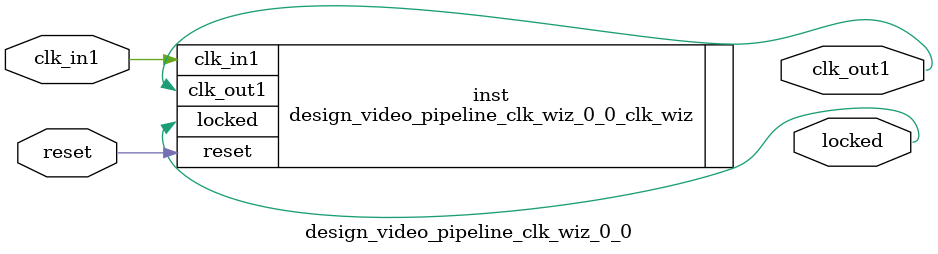
<source format=v>


`timescale 1ps/1ps

(* CORE_GENERATION_INFO = "design_video_pipeline_clk_wiz_0_0,clk_wiz_v6_0_11_0_0,{component_name=design_video_pipeline_clk_wiz_0_0,use_phase_alignment=true,use_min_o_jitter=false,use_max_i_jitter=false,use_dyn_phase_shift=false,use_inclk_switchover=false,use_dyn_reconfig=false,enable_axi=0,feedback_source=FDBK_AUTO,PRIMITIVE=MMCM,num_out_clk=1,clkin1_period=8.000,clkin2_period=10.000,use_power_down=false,use_reset=true,use_locked=true,use_inclk_stopped=false,feedback_type=SINGLE,CLOCK_MGR_TYPE=NA,manual_override=false}" *)

module design_video_pipeline_clk_wiz_0_0 
 (
  // Clock out ports
  output        clk_out1,
  // Status and control signals
  input         reset,
  output        locked,
 // Clock in ports
  input         clk_in1
 );

  design_video_pipeline_clk_wiz_0_0_clk_wiz inst
  (
  // Clock out ports  
  .clk_out1(clk_out1),
  // Status and control signals               
  .reset(reset), 
  .locked(locked),
 // Clock in ports
  .clk_in1(clk_in1)
  );

endmodule

</source>
